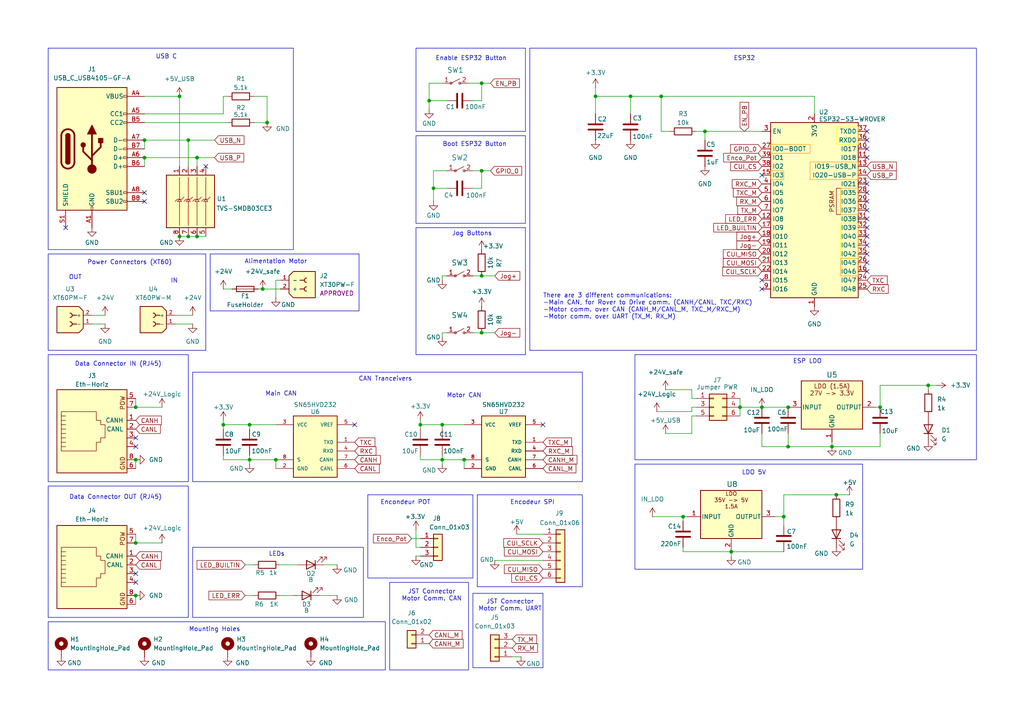
<source format=kicad_sch>
(kicad_sch (version 20231120) (generator "eeschema") (generator_version "8.0")
  (paper "A4")
  (junction (at 241.3 129.54))
  (junction (at 52.07 27.94))
  (junction (at 228.6 118.11))
  (junction (at 39.37 172.72))
  (junction (at 212.09 160.02))
  (junction (at 139.7 49.53))
  (junction (at 214.63 118.11))
  (junction (at 39.37 118.11))
  (junction (at 269.24 111.76))
  (junction (at 172.72 27.94))
  (junction (at 227.33 149.86))
  (junction (at 204.47 38.1))
  (junction (at 72.39 123.19))
  (junction (at 228.6 129.54))
  (junction (at 77.47 35.56))
  (junction (at 57.15 68.58))
  (junction (at 52.07 68.58))
  (junction (at 255.27 118.11))
  (junction (at 57.15 45.72))
  (junction (at 128.27 123.19))
  (junction (at 220.98 118.11))
  (junction (at 76.2 83.82))
  (junction (at 128.27 133.35))
  (junction (at 134.62 133.35))
  (junction (at 125.73 54.61))
  (junction (at 72.39 133.35))
  (junction (at 41.91 45.72))
  (junction (at 39.37 133.35))
  (junction (at 139.7 24.13))
  (junction (at 64.77 123.19))
  (junction (at 242.57 143.51))
  (junction (at 198.12 149.86))
  (junction (at 80.01 133.35))
  (junction (at 191.77 27.94))
  (junction (at 124.46 29.21))
  (junction (at 182.88 27.94))
  (junction (at 41.91 40.64))
  (junction (at 121.92 123.19))
  (junction (at 39.37 157.48))
  (junction (at 54.61 68.58))
  (junction (at 139.7 80.01))
  (junction (at 54.61 40.64))
  (junction (at 139.7 96.52))
  (no_connect (at 251.46 71.12))
  (no_connect (at 251.46 60.96))
  (no_connect (at 41.91 58.42))
  (no_connect (at 102.87 123.19))
  (no_connect (at 157.48 123.19))
  (no_connect (at 39.37 166.37))
  (no_connect (at 39.37 127))
  (no_connect (at 220.98 81.28))
  (no_connect (at 39.37 129.54))
  (no_connect (at 251.46 55.88))
  (no_connect (at 41.91 55.88))
  (no_connect (at 59.69 48.26))
  (no_connect (at 251.46 68.58))
  (no_connect (at 39.37 168.91))
  (no_connect (at 251.46 58.42))
  (no_connect (at 251.46 53.34))
  (no_connect (at 251.46 38.1))
  (no_connect (at 251.46 45.72))
  (no_connect (at 19.05 66.04))
  (no_connect (at 251.46 40.64))
  (no_connect (at 251.46 76.2))
  (no_connect (at 220.98 83.82))
  (no_connect (at 251.46 66.04))
  (no_connect (at 220.98 50.8))
  (no_connect (at 251.46 63.5))
  (no_connect (at 251.46 78.74))
  (no_connect (at 251.46 73.66))
  (no_connect (at 251.46 43.18))
  (wire (pts (xy 204.47 38.1) (xy 204.47 40.64)))
  (wire (pts (xy 128.27 123.19) (xy 128.27 124.46)))
  (wire (pts (xy 191.77 38.1) (xy 194.31 38.1)))
  (wire (pts (xy 241.3 129.54) (xy 241.3 128.27)))
  (wire (pts (xy 64.77 123.19) (xy 64.77 124.46)))
  (wire (pts (xy 93.98 163.83) (xy 97.79 163.83)))
  (wire (pts (xy 269.24 113.03) (xy 269.24 111.76)))
  (wire (pts (xy 80.01 133.35) (xy 80.01 135.89)))
  (wire (pts (xy 212.09 161.29) (xy 212.09 160.02)))
  (wire (pts (xy 255.27 125.73) (xy 255.27 129.54)))
  (wire (pts (xy 121.92 123.19) (xy 121.92 121.92)))
  (wire (pts (xy 242.57 143.51) (xy 246.38 143.51)))
  (wire (pts (xy 220.98 118.11) (xy 228.6 118.11)))
  (wire (pts (xy 191.77 27.94) (xy 191.77 38.1)))
  (wire (pts (xy 143.51 162.56) (xy 157.48 162.56)))
  (wire (pts (xy 72.39 132.08) (xy 72.39 133.35)))
  (wire (pts (xy 220.98 129.54) (xy 228.6 129.54)))
  (wire (pts (xy 54.61 40.64) (xy 62.23 40.64)))
  (wire (pts (xy 92.71 172.72) (xy 97.79 172.72)))
  (wire (pts (xy 214.63 115.57) (xy 214.63 118.11)))
  (wire (pts (xy 227.33 152.4) (xy 227.33 149.86)))
  (wire (pts (xy 73.66 35.56) (xy 77.47 35.56)))
  (wire (pts (xy 64.77 27.94) (xy 64.77 33.02)))
  (wire (pts (xy 71.12 172.72) (xy 73.66 172.72)))
  (wire (pts (xy 128.27 80.01) (xy 129.54 80.01)))
  (wire (pts (xy 212.09 160.02) (xy 227.33 160.02)))
  (wire (pts (xy 128.27 80.01) (xy 128.27 81.28)))
  (wire (pts (xy 137.16 80.01) (xy 139.7 80.01)))
  (wire (pts (xy 72.39 123.19) (xy 72.39 124.46)))
  (wire (pts (xy 228.6 125.73) (xy 228.6 129.54)))
  (wire (pts (xy 72.39 123.19) (xy 80.01 123.19)))
  (wire (pts (xy 74.93 83.82) (xy 76.2 83.82)))
  (wire (pts (xy 54.61 68.58) (xy 57.15 68.58)))
  (wire (pts (xy 80.01 81.28) (xy 81.28 81.28)))
  (wire (pts (xy 201.93 38.1) (xy 204.47 38.1)))
  (wire (pts (xy 50.8 93.98) (xy 55.88 93.98)))
  (wire (pts (xy 198.12 149.86) (xy 199.39 149.86)))
  (wire (pts (xy 189.23 149.86) (xy 198.12 149.86)))
  (wire (pts (xy 41.91 40.64) (xy 54.61 40.64)))
  (wire (pts (xy 137.16 49.53) (xy 139.7 49.53)))
  (wire (pts (xy 139.7 49.53) (xy 139.7 54.61)))
  (wire (pts (xy 72.39 133.35) (xy 72.39 134.62)))
  (wire (pts (xy 200.66 119.38) (xy 200.66 118.11)))
  (wire (pts (xy 128.27 96.52) (xy 128.27 97.79)))
  (wire (pts (xy 139.7 96.52) (xy 143.51 96.52)))
  (wire (pts (xy 128.27 123.19) (xy 121.92 123.19)))
  (wire (pts (xy 228.6 129.54) (xy 241.3 129.54)))
  (wire (pts (xy 198.12 160.02) (xy 212.09 160.02)))
  (wire (pts (xy 139.7 54.61) (xy 137.16 54.61)))
  (wire (pts (xy 39.37 154.94) (xy 39.37 157.48)))
  (wire (pts (xy 135.89 24.13) (xy 139.7 24.13)))
  (wire (pts (xy 76.2 83.82) (xy 81.28 83.82)))
  (wire (pts (xy 41.91 33.02) (xy 64.77 33.02)))
  (wire (pts (xy 182.88 27.94) (xy 191.77 27.94)))
  (wire (pts (xy 172.72 27.94) (xy 172.72 33.02)))
  (wire (pts (xy 172.72 25.4) (xy 172.72 27.94)))
  (wire (pts (xy 26.67 91.44) (xy 30.48 91.44)))
  (wire (pts (xy 52.07 68.58) (xy 54.61 68.58)))
  (wire (pts (xy 255.27 111.76) (xy 269.24 111.76)))
  (wire (pts (xy 50.8 91.44) (xy 55.88 91.44)))
  (wire (pts (xy 64.77 123.19) (xy 64.77 121.92)))
  (wire (pts (xy 73.66 27.94) (xy 77.47 27.94)))
  (wire (pts (xy 39.37 172.72) (xy 39.37 175.26)))
  (wire (pts (xy 54.61 40.64) (xy 54.61 48.26)))
  (wire (pts (xy 182.88 27.94) (xy 182.88 33.02)))
  (wire (pts (xy 125.73 54.61) (xy 129.54 54.61)))
  (wire (pts (xy 200.66 125.73) (xy 200.66 120.65)))
  (wire (pts (xy 64.77 83.82) (xy 67.31 83.82)))
  (wire (pts (xy 142.24 49.53) (xy 139.7 49.53)))
  (wire (pts (xy 128.27 96.52) (xy 129.54 96.52)))
  (wire (pts (xy 137.16 96.52) (xy 139.7 96.52)))
  (wire (pts (xy 214.63 118.11) (xy 220.98 118.11)))
  (wire (pts (xy 139.7 80.01) (xy 143.51 80.01)))
  (wire (pts (xy 81.28 172.72) (xy 85.09 172.72)))
  (wire (pts (xy 200.66 113.03) (xy 193.04 113.03)))
  (wire (pts (xy 121.92 158.75) (xy 120.65 158.75)))
  (wire (pts (xy 120.65 161.29) (xy 121.92 161.29)))
  (wire (pts (xy 200.66 120.65) (xy 201.93 120.65)))
  (wire (pts (xy 41.91 40.64) (xy 41.91 43.18)))
  (wire (pts (xy 227.33 143.51) (xy 227.33 149.86)))
  (wire (pts (xy 119.38 156.21) (xy 121.92 156.21)))
  (wire (pts (xy 142.24 24.13) (xy 139.7 24.13)))
  (wire (pts (xy 255.27 129.54) (xy 241.3 129.54)))
  (wire (pts (xy 139.7 24.13) (xy 139.7 29.21)))
  (wire (pts (xy 77.47 27.94) (xy 77.47 35.56)))
  (wire (pts (xy 41.91 45.72) (xy 57.15 45.72)))
  (wire (pts (xy 220.98 129.54) (xy 220.98 125.73)))
  (wire (pts (xy 190.5 119.38) (xy 200.66 119.38)))
  (wire (pts (xy 255.27 118.11) (xy 254 118.11)))
  (wire (pts (xy 72.39 133.35) (xy 80.01 133.35)))
  (wire (pts (xy 128.27 133.35) (xy 134.62 133.35)))
  (wire (pts (xy 148.59 190.5) (xy 151.13 190.5)))
  (wire (pts (xy 242.57 143.51) (xy 227.33 143.51)))
  (wire (pts (xy 39.37 133.35) (xy 39.37 135.89)))
  (wire (pts (xy 39.37 157.48) (xy 46.99 157.48)))
  (wire (pts (xy 198.12 149.86) (xy 198.12 151.13)))
  (wire (pts (xy 128.27 24.13) (xy 124.46 24.13)))
  (wire (pts (xy 121.92 123.19) (xy 121.92 124.46)))
  (wire (pts (xy 41.91 45.72) (xy 41.91 48.26)))
  (wire (pts (xy 80.01 86.36) (xy 80.01 81.28)))
  (wire (pts (xy 128.27 133.35) (xy 128.27 132.08)))
  (wire (pts (xy 64.77 133.35) (xy 64.77 132.08)))
  (wire (pts (xy 41.91 35.56) (xy 66.04 35.56)))
  (wire (pts (xy 200.66 115.57) (xy 201.93 115.57)))
  (wire (pts (xy 81.28 163.83) (xy 86.36 163.83)))
  (wire (pts (xy 193.04 125.73) (xy 200.66 125.73)))
  (wire (pts (xy 191.77 27.94) (xy 236.22 27.94)))
  (wire (pts (xy 128.27 133.35) (xy 128.27 134.62)))
  (wire (pts (xy 125.73 49.53) (xy 125.73 54.61)))
  (wire (pts (xy 214.63 118.11) (xy 214.63 120.65)))
  (wire (pts (xy 121.92 133.35) (xy 128.27 133.35)))
  (wire (pts (xy 57.15 45.72) (xy 62.23 45.72)))
  (wire (pts (xy 172.72 27.94) (xy 182.88 27.94)))
  (wire (pts (xy 124.46 24.13) (xy 124.46 29.21)))
  (wire (pts (xy 57.15 45.72) (xy 57.15 48.26)))
  (wire (pts (xy 64.77 123.19) (xy 72.39 123.19)))
  (wire (pts (xy 149.86 154.94) (xy 157.48 154.94)))
  (wire (pts (xy 71.12 163.83) (xy 73.66 163.83)))
  (wire (pts (xy 227.33 149.86) (xy 224.79 149.86)))
  (wire (pts (xy 125.73 54.61) (xy 125.73 58.42)))
  (wire (pts (xy 125.73 49.53) (xy 129.54 49.53)))
  (wire (pts (xy 124.46 29.21) (xy 124.46 31.75)))
  (wire (pts (xy 52.07 48.26) (xy 52.07 27.94)))
  (wire (pts (xy 121.92 133.35) (xy 121.92 132.08)))
  (wire (pts (xy 134.62 133.35) (xy 134.62 135.89)))
  (wire (pts (xy 120.65 158.75) (xy 120.65 153.67)))
  (wire (pts (xy 39.37 118.11) (xy 46.99 118.11)))
  (wire (pts (xy 269.24 111.76) (xy 271.78 111.76)))
  (wire (pts (xy 200.66 115.57) (xy 200.66 113.03)))
  (wire (pts (xy 139.7 29.21) (xy 137.16 29.21)))
  (wire (pts (xy 134.62 123.19) (xy 128.27 123.19)))
  (wire (pts (xy 198.12 158.75) (xy 198.12 160.02)))
  (wire (pts (xy 57.15 68.58) (xy 59.69 68.58)))
  (wire (pts (xy 204.47 38.1) (xy 220.98 38.1)))
  (wire (pts (xy 200.66 118.11) (xy 201.93 118.11)))
  (wire (pts (xy 124.46 29.21) (xy 129.54 29.21)))
  (wire (pts (xy 26.67 93.98) (xy 30.48 93.98)))
  (wire (pts (xy 64.77 133.35) (xy 72.39 133.35)))
  (wire (pts (xy 41.91 27.94) (xy 52.07 27.94)))
  (wire (pts (xy 236.22 27.94) (xy 236.22 33.02)))
  (wire (pts (xy 255.27 111.76) (xy 255.27 118.11)))
  (wire (pts (xy 39.37 115.57) (xy 39.37 118.11)))
  (wire (pts (xy 64.77 27.94) (xy 66.04 27.94)))
  (rectangle (start 13.97 140.97) (end 54.61 179.07))
  (rectangle (start 120.65 13.97) (end 152.4 38.1))
  (rectangle (start 120.65 66.04) (end 152.4 102.87))
  (rectangle (start 13.97 102.87) (end 54.61 139.7))
  (rectangle (start 55.88 158.75) (end 105.41 179.07))
  (rectangle (start 13.97 73.66) (end 59.69 101.6))
  (rectangle (start 106.68 143.51) (end 137.16 167.64))
  (rectangle (start 120.65 39.37) (end 152.4 64.77))
  (rectangle (start 153.67 13.97) (end 283.21 101.6))
  (rectangle (start 13.97 13.97) (end 85.09 72.39))
  (rectangle (start 55.88 107.95) (end 168.91 139.7))
  (rectangle (start 13.97 180.34) (end 111.76 194.31))
  (rectangle (start 138.43 143.51) (end 168.91 170.18))
  (rectangle (start 60.96 73.66) (end 104.14 90.17))
  (rectangle (start 137.16 172.085) (end 157.48 193.675))
  (rectangle (start 184.15 102.87) (end 283.21 133.35))
  (rectangle (start 184.15 134.62) (end 250.19 165.1))
  (rectangle (start 113.03 168.91) (end 135.89 194.31))
  (text "ESP32" (at 215.9 17.018 0) (effects (font (size 1.27 1.27))))
  (text "Data Connector IN (RJ45)" (at 34.29 105.664 0) (effects (font (size 1.27 1.27))))
  (text "OUT" (at 21.844 80.518 0) (effects (font (size 1.27 1.27))))
  (text "Mounting Holes" (at 62.23 182.626 0) (effects (font (size 1.27 1.27))))
  (text "Encodeur SPI" (at 154.432 145.796 0) (effects (font (size 1.27 1.27))))
  (text "Power Connectors (XT60)" (at 37.592 76.2 0) (effects (font (size 1.27 1.27))))
  (text "JST Connector\nMotor Comm. UART" (at 147.955 175.641 0) (effects (font (size 1.27 1.27))))
  (text "Main CAN" (at 81.534 114.3 0) (effects (font (size 1.27 1.27))))
  (text "Motor CAN" (at 134.62 114.808 0) (effects (font (size 1.27 1.27))))
  (text "There are 3 different communications:\n-Main CAN, for Rover to Drive comm. (CANH/CANL, TXC/RXC)\n-Motor comm. over CAN (CANH_M/CANL_M, TXC_M/RXC_M)\n-Motor comm. over UART (TX_M, RX_M)" (at 157.48 88.9 0) (effects (font (size 1.27 1.27)) (justify left)))
  (text "ESP LDO" (at 234.188 104.902 0) (effects (font (size 1.27 1.27))))
  (text "Alimentation Motor" (at 80.01 75.946 0) (effects (font (size 1.27 1.27))))
  (text "Boot ESP32 Button" (at 137.668 41.91 0) (effects (font (size 1.27 1.27))))
  (text "Jog Buttons" (at 136.906 67.818 0) (effects (font (size 1.27 1.27))))
  (text "Enable ESP32 Button" (at 136.652 17.018 0) (effects (font (size 1.27 1.27))))
  (text "IN" (at 50.546 81.534 0) (effects (font (size 1.27 1.27))))
  (text "CAN Tranceivers" (at 111.76 109.982 0) (effects (font (size 1.27 1.27))))
  (text "Data Connector OUT (RJ45)" (at 33.528 144.272 0) (effects (font (size 1.27 1.27))))
  (text "USB C" (at 48.26 16.51 0) (effects (font (size 1.27 1.27))))
  (text "LEDs" (at 80.264 160.782 0) (effects (font (size 1.27 1.27))))
  (text "LDO 5V" (at 218.694 137.16 0) (effects (font (size 1.27 1.27))))
  (text "Encondeur POT" (at 117.602 145.796 0) (effects (font (size 1.27 1.27))))
  (text "JST Connector\nMotor Comm. CAN" (at 125.222 172.72 0) (effects (font (size 1.27 1.27))))
  (global_label "LED_ERR" (shape input) (at 220.98 63.5 180) (property "Intersheetrefs" "${INTERSHEET_REFS}" (effects (hide yes))))
  (global_label "EN_PB" (shape input) (at 215.9 38.1 90) (property "Intersheetrefs" "${INTERSHEET_REFS}" (effects (hide yes))))
  (global_label "LED_BUILTIN" (shape input) (at 220.98 66.04 180) (property "Intersheetrefs" "${INTERSHEET_REFS}" (effects (hide yes))))
  (global_label "USB_P" (shape input) (at 251.46 50.8 0) (property "Intersheetrefs" "${INTERSHEET_REFS}" (effects (hide yes))))
  (global_label "RX_M" (shape input) (at 148.59 187.96 0) (property "Intersheetrefs" "${INTERSHEET_REFS}" (effects (hide yes))))
  (global_label "CUI_CS" (shape input) (at 220.98 48.26 180) (property "Intersheetrefs" "${INTERSHEET_REFS}" (effects (hide yes))))
  (global_label "CUI_SCLK" (shape input) (at 220.98 78.74 180) (property "Intersheetrefs" "${INTERSHEET_REFS}" (effects (hide yes))))
  (global_label "Jog-" (shape input) (at 220.98 71.12 180) (property "Intersheetrefs" "${INTERSHEET_REFS}" (effects (hide yes))))
  (global_label "Jog+" (shape input) (at 143.51 80.01 0) (property "Intersheetrefs" "${INTERSHEET_REFS}" (effects (hide yes))))
  (global_label "GPIO_0" (shape input) (at 142.24 49.53 0) (property "Intersheetrefs" "${INTERSHEET_REFS}" (effects (hide yes))))
  (global_label "LED_BUILTIN" (shape input) (at 71.12 163.83 180) (property "Intersheetrefs" "${INTERSHEET_REFS}" (effects (hide yes))))
  (global_label "TX_M" (shape input) (at 220.98 60.96 180) (property "Intersheetrefs" "${INTERSHEET_REFS}" (effects (hide yes))))
  (global_label "CUI_MISO" (shape input) (at 157.48 165.1 180) (property "Intersheetrefs" "${INTERSHEET_REFS}" (effects (hide yes))))
  (global_label "CUI_SCLK" (shape input) (at 157.48 157.48 180) (property "Intersheetrefs" "${INTERSHEET_REFS}" (effects (hide yes))))
  (global_label "CANH" (shape input) (at 39.37 161.29 0) (property "Intersheetrefs" "${INTERSHEET_REFS}" (effects (hide yes))))
  (global_label "TX_M" (shape input) (at 148.59 185.42 0) (property "Intersheetrefs" "${INTERSHEET_REFS}" (effects (hide yes))))
  (global_label "CANH_M" (shape input) (at 124.46 186.69 0) (property "Intersheetrefs" "${INTERSHEET_REFS}" (effects (hide yes))))
  (global_label "CUI_MISO" (shape input) (at 220.98 73.66 180) (property "Intersheetrefs" "${INTERSHEET_REFS}" (effects (hide yes))))
  (global_label "CANL_M" (shape input) (at 157.48 135.89 0) (property "Intersheetrefs" "${INTERSHEET_REFS}" (effects (hide yes))))
  (global_label "TXC_M" (shape input) (at 220.98 55.88 180) (property "Intersheetrefs" "${INTERSHEET_REFS}" (effects (hide yes))))
  (global_label "CANH_M" (shape input) (at 157.48 133.35 0) (property "Intersheetrefs" "${INTERSHEET_REFS}" (effects (hide yes))))
  (global_label "CANL" (shape input) (at 39.37 124.46 0) (property "Intersheetrefs" "${INTERSHEET_REFS}" (effects (hide yes))))
  (global_label "USB_P" (shape input) (at 62.23 45.72 0) (property "Intersheetrefs" "${INTERSHEET_REFS}" (effects (hide yes))))
  (global_label "TXC_M" (shape input) (at 157.48 128.27 0) (property "Intersheetrefs" "${INTERSHEET_REFS}" (effects (hide yes))))
  (global_label "RXC" (shape input) (at 251.46 83.82 0) (property "Intersheetrefs" "${INTERSHEET_REFS}" (effects (hide yes))))
  (global_label "LED_ERR" (shape input) (at 71.12 172.72 180) (property "Intersheetrefs" "${INTERSHEET_REFS}" (effects (hide yes))))
  (global_label "CANH" (shape input) (at 102.87 133.35 0) (property "Intersheetrefs" "${INTERSHEET_REFS}" (effects (hide yes))))
  (global_label "CUI_MOSI" (shape input) (at 220.98 76.2 180) (property "Intersheetrefs" "${INTERSHEET_REFS}" (effects (hide yes))))
  (global_label "CANH" (shape input) (at 39.37 121.92 0) (property "Intersheetrefs" "${INTERSHEET_REFS}" (effects (hide yes))))
  (global_label "USB_N" (shape input) (at 251.46 48.26 0) (property "Intersheetrefs" "${INTERSHEET_REFS}" (effects (hide yes))))
  (global_label "Jog+" (shape input) (at 220.98 68.58 180) (property "Intersheetrefs" "${INTERSHEET_REFS}" (effects (hide yes))))
  (global_label "CANL" (shape input) (at 102.87 135.89 0) (property "Intersheetrefs" "${INTERSHEET_REFS}" (effects (hide yes))))
  (global_label "USB_N" (shape input) (at 62.23 40.64 0) (property "Intersheetrefs" "${INTERSHEET_REFS}" (effects (hide yes))))
  (global_label "CANL_M" (shape input) (at 124.46 184.15 0) (property "Intersheetrefs" "${INTERSHEET_REFS}" (effects (hide yes))))
  (global_label "Enco_Pot" (shape input) (at 119.38 156.21 180) (property "Intersheetrefs" "${INTERSHEET_REFS}" (effects (hide yes))))
  (global_label "RXC_M" (shape input) (at 157.48 130.81 0) (property "Intersheetrefs" "${INTERSHEET_REFS}" (effects (hide yes))))
  (global_label "Enco_Pot" (shape input) (at 220.98 45.72 180) (property "Intersheetrefs" "${INTERSHEET_REFS}" (effects (hide yes))))
  (global_label "CUI_MOSI" (shape input) (at 157.48 160.02 180) (property "Intersheetrefs" "${INTERSHEET_REFS}" (effects (hide yes))))
  (global_label "RXC" (shape input) (at 102.87 130.81 0) (property "Intersheetrefs" "${INTERSHEET_REFS}" (effects (hide yes))))
  (global_label "CANL" (shape input) (at 39.37 163.83 0) (property "Intersheetrefs" "${INTERSHEET_REFS}" (effects (hide yes))))
  (global_label "CUI_CS" (shape input) (at 157.48 167.64 180) (property "Intersheetrefs" "${INTERSHEET_REFS}" (effects (hide yes))))
  (global_label "Jog-" (shape input) (at 143.51 96.52 0) (property "Intersheetrefs" "${INTERSHEET_REFS}" (effects (hide yes))))
  (global_label "TXC" (shape input) (at 251.46 81.28 0) (property "Intersheetrefs" "${INTERSHEET_REFS}" (effects (hide yes))))
  (global_label "RXC_M" (shape input) (at 220.98 53.34 180) (property "Intersheetrefs" "${INTERSHEET_REFS}" (effects (hide yes))))
  (global_label "TXC" (shape input) (at 102.87 128.27 0) (property "Intersheetrefs" "${INTERSHEET_REFS}" (effects (hide yes))))
  (global_label "EN_PB" (shape input) (at 142.24 24.13 0) (property "Intersheetrefs" "${INTERSHEET_REFS}" (effects (hide yes))))
  (global_label "GPIO_0" (shape input) (at 220.98 43.18 180) (property "Intersheetrefs" "${INTERSHEET_REFS}" (effects (hide yes))))
  (global_label "RX_M" (shape input) (at 220.98 58.42 180) (property "Intersheetrefs" "${INTERSHEET_REFS}" (effects (hide yes))))
  (symbol (lib_id "Connector_Generic:Conn_02x03_Odd_Even") (at 207.01 118.11 0) (unit 1)
    (property "Reference" "J7" (at 208.026 110.236 0))
    (property "Value" "Jumper PWR" (at 208.026 112.268 0))
    (property "Footprint" "Connector_PinHeader_2.54mm:PinHeader_2x03_P2.54mm_Vertical" (effects (hide yes)))
    (property "Description" "Generic connector, double row, 02x03, odd/even pin numbering scheme (row 1 odd numbers, row 2 even numbers), script generated (kicad-library-utils/schlib/autogen/connector/)" (effects (hide yes)))
  )
  (symbol (lib_id "power:GND") (at 212.09 161.29 0) (unit 1)
    (property "Reference" "#PWR050" (effects (hide yes)))
    (property "Value" "GND" (at 215.9 163.068 0))
    (property "Description" "Power symbol creates a global label with name \"GND\" , ground" (effects (hide yes)))
  )
  (symbol (lib_id "Rover_LIB:R_0805") (at 269.24 116.84 0) (unit 1)
    (property "Reference" "R4" (at 271.78 115.824 0) (effects (justify left)))
    (property "Value" "1k" (at 271.78 118.364 0) (effects (justify left)))
    (property "Footprint" "Resistor_SMD:R_0805_2012Metric_Pad1.20x1.40mm_HandSolder" (effects (hide yes)))
    (property "Description" "Resistor" (effects (hide yes)))
    (property "Package" "0805" (effects (hide yes)))
  )
  (symbol (lib_id "Rover_LIB:C_0805") (at 255.27 121.92 0) (unit 1)
    (property "Reference" "C13" (at 259.08 119.38 0) (effects (justify right)))
    (property "Value" "10uF" (at 260.604 124.968 0) (effects (justify right)))
    (property "Footprint" "Capacitor_SMD:C_0805_2012Metric_Pad1.18x1.45mm_HandSolder" (effects (hide yes)))
    (property "Description" "Unpolarized capacitor" (effects (hide yes)))
    (property "Package" "0805" (effects (hide yes)))
  )
  (symbol (lib_id "Rover_LIB:MountingHole_Pad") (at 41.91 187.96 0) (unit 1) (exclude_from_sim yes) (in_bom no)
    (property "Reference" "H2" (at 44.45 185.4199 0) (effects (justify left)))
    (property "Value" "MountingHole_Pad" (at 44.45 187.9599 0) (effects (justify left)))
    (property "Footprint" "MountingHole:MountingHole_3.2mm_M3_DIN965_Pad_TopBottom" (effects (hide yes)))
    (property "Description" "Mounting Hole with connection" (effects (hide yes)))
  )
  (symbol (lib_id "Rover_LIB:CAN-Transceiver-SN65HVD232") (at 91.44 127 0) (unit 1)
    (property "Reference" "U6" (at 91.44 120.142 0) (effects (justify bottom)))
    (property "Value" "SN65HVD232" (at 91.44 118.11 0) (effects (justify bottom)))
    (property "Footprint" "Package_SO:SOIC-8_3.9x4.9mm_P1.27mm" (effects (hide yes)))
    (property "Datasheet" "https://www.ti.com/lit/ds/symlink/sn65hvd230.pdf?ts=1730319703644&ref_url=https%253A%252F%252Fwww.ti.com%252Fproduct%252FSN65HVD230" (effects (hide yes)))
    (property "Description" "CAN Transceiver" (effects (hide yes)))
    (property "PARTREV" "4" (effects (hide yes)))
    (property "STANDARD" "IPC 7351B" (effects (hide yes)))
    (property "MAXIMUM_PACKAGE_HEIGHT" "1.75 mm" (effects (hide yes)))
    (property "MANUFACTURER" "NXP USA" (effects (hide yes)))
    (property "STATUS" "APPROVED" (effects (hide yes)))
  )
  (symbol (lib_id "power:+15V") (at 193.04 113.03 0) (unit 1)
    (property "Reference" "#PWR023" (effects (hide yes)))
    (property "Value" "+24V_safe" (at 193.04 107.95 0))
    (property "Description" "Power symbol creates a global label with name \"+15V\"" (effects (hide yes)))
  )
  (symbol (lib_id "power:GND") (at 125.73 58.42 0) (unit 1)
    (property "Reference" "#PWR07" (effects (hide yes)))
    (property "Value" "GND" (at 125.73 62.484 0))
    (property "Description" "Power symbol creates a global label with name \"GND\" , ground" (effects (hide yes)))
  )
  (symbol (lib_id "power:GND") (at 236.22 88.9 0) (unit 1)
    (property "Reference" "#PWR020" (effects (hide yes)))
    (property "Value" "GND" (at 236.22 93.98 0))
    (property "Description" "Power symbol creates a global label with name \"GND\" , ground" (effects (hide yes)))
  )
  (symbol (lib_id "Rover_LIB:R_0805") (at 139.7 92.71 0) (unit 1)
    (property "Reference" "R8" (at 144.78 92.71 90))
    (property "Value" "10k" (at 142.24 92.71 90))
    (property "Footprint" "Resistor_SMD:R_0805_2012Metric_Pad1.20x1.40mm_HandSolder" (effects (hide yes)))
    (property "Description" "Resistor" (effects (hide yes)))
    (property "Package" "0805" (effects (hide yes)))
  )
  (symbol (lib_id "power:+5V") (at 149.86 154.94 0) (unit 1)
    (property "Reference" "#PWR047" (effects (hide yes)))
    (property "Value" "+5V" (at 149.86 151.384 0))
    (property "Description" "Power symbol creates a global label with name \"+5V\"" (effects (hide yes)))
  )
  (symbol (lib_id "power:+36V") (at 193.04 125.73 0) (unit 1)
    (property "Reference" "#PWR024" (effects (hide yes)))
    (property "Value" "+5V_USB" (at 193.04 121.92 0))
    (property "Description" "Power symbol creates a global label with name \"+36V\"" (effects (hide yes)))
  )
  (symbol (lib_id "Rover_LIB:PushButton-TS09-63-25-WT-160-SMT-TR") (at 133.35 49.53 0) (unit 1)
    (property "Reference" "SW2" (at 133.35 45.72 0) (effects (font (size 1.524 1.524))))
    (property "Value" "TS09-63-25-WT-160-SMT-TR" (effects (hide yes)))
    (property "Footprint" "Button_Switch_SMD:SW_DIP_SPSTx01_Slide_6.7x4.1mm_W8.61mm_P2.54mm_LowProfile" (effects (hide yes)))
    (property "Datasheet" "TS09-63-25-WT-160-SMT-TR" (effects (hide yes)))
    (property "Description" "SMD Push button" (effects (hide yes)))
    (property "Digikey" "https://www.digikey.ca/en/products/detail/same-sky-formerly-cui-devices/TS09-63-25-WT-160-SMT-TR/15839066?s=N4IgTCBcDaICoGUAMBOAtANgMxrAVjQHU40BGDJNBAWRLgCUQBdAXyA" (effects (hide yes)))
    (property "STATUS" "APPROVED" (effects (hide yes)))
  )
  (symbol (lib_id "Rover_LIB:C_0805") (at 220.98 121.92 0) (unit 1)
    (property "Reference" "C12" (at 220.472 119.634 0) (effects (justify right)))
    (property "Value" "10uF" (at 220.472 124.714 0) (effects (justify right)))
    (property "Footprint" "Capacitor_SMD:C_0805_2012Metric_Pad1.18x1.45mm_HandSolder" (effects (hide yes)))
    (property "Description" "Unpolarized capacitor" (effects (hide yes)))
    (property "Package" "0805" (effects (hide yes)))
  )
  (symbol (lib_id "power:+24V") (at 64.77 83.82 0) (unit 1)
    (property "Reference" "#PWR011" (effects (hide yes)))
    (property "Value" "+24V" (at 64.77 78.74 0))
    (property "Description" "Power symbol creates a global label with name \"+24V\"" (effects (hide yes)))
  )
  (symbol (lib_id "Rover_LIB:C_0805") (at 198.12 154.94 0) (unit 1)
    (property "Reference" "C14" (at 197.612 152.654 0) (effects (justify right)))
    (property "Value" "220nF" (at 197.612 157.734 0) (effects (justify right)))
    (property "Footprint" "Capacitor_SMD:C_0805_2012Metric_Pad1.18x1.45mm_HandSolder" (effects (hide yes)))
    (property "Description" "Unpolarized capacitor" (effects (hide yes)))
    (property "Package" "0805" (effects (hide yes)))
  )
  (symbol (lib_id "Rover_LIB:C_0805") (at 204.47 44.45 0) (unit 1)
    (property "Reference" "C5" (at 207.518 41.91 0) (effects (justify right)))
    (property "Value" "1uF" (at 208.534 46.99 0) (effects (justify right)))
    (property "Footprint" "Capacitor_SMD:C_0805_2012Metric_Pad1.18x1.45mm_HandSolder" (effects (hide yes)))
    (property "Description" "Unpolarized capacitor" (effects (hide yes)))
    (property "Package" "0805" (effects (hide yes)))
  )
  (symbol (lib_id "power:GND") (at 39.37 172.72 90) (unit 1)
    (property "Reference" "#PWR035" (effects (hide yes)))
    (property "Value" "GND" (at 43.18 172.7199 90) (effects (justify right)))
    (property "Description" "Power symbol creates a global label with name \"GND\" , ground" (effects (hide yes)))
  )
  (symbol (lib_id "Connector_Generic:Conn_01x06") (at 162.56 160.02 0) (unit 1)
    (property "Reference" "J9" (at 161.036 148.844 0) (effects (justify left)))
    (property "Value" "Conn_01x06" (at 156.464 151.638 0) (effects (justify left)))
    (property "Footprint" "Connector_JST:JST_PH_S6B-PH-K_1x06_P2.00mm_Horizontal" (effects (hide yes)))
    (property "Description" "Generic connector, single row, 01x06, script generated (kicad-library-utils/schlib/autogen/connector/)" (effects (hide yes)))
  )
  (symbol (lib_id "power:+24V") (at 30.48 91.44 0) (unit 1)
    (property "Reference" "#PWR015" (effects (hide yes)))
    (property "Value" "+24V" (at 30.48 86.36 0))
    (property "Description" "Power symbol creates a global label with name \"+24V\"" (effects (hide yes)))
  )
  (symbol (lib_id "Rover_LIB:Eth-Horiz-54601-908WPLF") (at 29.21 165.1 0) (unit 1)
    (property "Reference" "J4" (at 26.67 148.082 0))
    (property "Value" "Eth-Horiz" (at 26.67 150.622 0))
    (property "Footprint" "RoverFootprint:Ethernet_Horizontal" (effects (hide yes)))
    (property "Description" "RJ connector, 8P8C (8 positions 8 connected), RJ31/RJ32/RJ33/RJ34/RJ35/RJ41/RJ45/RJ49/RJ61" (effects (hide yes)))
    (property "STATUS" "APPROVED" (effects (hide yes)))
  )
  (symbol (lib_id "power:GND") (at 182.88 40.64 0) (unit 1)
    (property "Reference" "#PWR06" (effects (hide yes)))
    (property "Value" "GND" (at 182.88 45.72 0))
    (property "Description" "Power symbol creates a global label with name \"GND\" , ground" (effects (hide yes)))
  )
  (symbol (lib_id "power:+48V") (at 220.98 118.11 0) (unit 1)
    (property "Reference" "#PWR048" (effects (hide yes)))
    (property "Value" "IN_LDO" (at 220.98 113.03 0))
    (property "Description" "Power symbol creates a global label with name \"+48V\"" (effects (hide yes)))
  )
  (symbol (lib_id "power:GND") (at 269.24 128.27 0) (unit 1)
    (property "Reference" "#PWR031" (effects (hide yes)))
    (property "Value" "GND" (at 264.922 130.048 0))
    (property "Description" "Power symbol creates a global label with name \"GND\" , ground" (effects (hide yes)))
  )
  (symbol (lib_id "Rover_LIB:R_0805") (at 77.47 163.83 90) (unit 1)
    (property "Reference" "R5" (at 75.438 166.116 90))
    (property "Value" "1k" (at 79.248 166.116 90))
    (property "Footprint" "Resistor_SMD:R_0805_2012Metric_Pad1.20x1.40mm_HandSolder" (effects (hide yes)))
    (property "Description" "Resistor" (effects (hide yes)))
    (property "Package" "0805" (effects (hide yes)))
  )
  (symbol (lib_id "Rover_LIB:PushButton-TS09-63-25-WT-160-SMT-TR") (at 132.08 24.13 0) (unit 1)
    (property "Reference" "SW1" (at 132.08 20.32 0) (effects (font (size 1.524 1.524))))
    (property "Value" "TS09-63-25-WT-160-SMT-TR" (effects (hide yes)))
    (property "Footprint" "Button_Switch_SMD:SW_DIP_SPSTx01_Slide_6.7x4.1mm_W8.61mm_P2.54mm_LowProfile" (effects (hide yes)))
    (property "Datasheet" "TS09-63-25-WT-160-SMT-TR" (effects (hide yes)))
    (property "Description" "SMD Push button" (effects (hide yes)))
    (property "Digikey" "https://www.digikey.ca/en/products/detail/same-sky-formerly-cui-devices/TS09-63-25-WT-160-SMT-TR/15839066?s=N4IgTCBcDaICoGUAMBOAtANgMxrAVjQHU40BGDJNBAWRLgCUQBdAXyA" (effects (hide yes)))
    (property "STATUS" "APPROVED" (effects (hide yes)))
  )
  (symbol (lib_id "power:GND") (at 143.51 162.56 0) (unit 1)
    (property "Reference" "#PWR046" (effects (hide yes)))
    (property "Value" "GND" (at 141.224 162.306 0))
    (property "Description" "Power symbol creates a global label with name \"GND\" , ground" (effects (hide yes)))
  )
  (symbol (lib_id "Rover_LIB:C_0805") (at 182.88 36.83 0) (unit 1)
    (property "Reference" "C3" (at 186.182 34.29 0) (effects (justify right)))
    (property "Value" "100nF" (at 189.484 39.624 0) (effects (justify right)))
    (property "Footprint" "Capacitor_SMD:C_0805_2012Metric_Pad1.18x1.45mm_HandSolder" (effects (hide yes)))
    (property "Description" "Unpolarized capacitor" (effects (hide yes)))
    (property "Package" "0805" (effects (hide yes)))
  )
  (symbol (lib_id "power:GND") (at 128.27 81.28 0) (unit 1)
    (property "Reference" "#PWR013" (effects (hide yes)))
    (property "Value" "GND" (at 125.73 81.28 0))
    (property "Description" "Power symbol creates a global label with name \"GND\" , ground" (effects (hide yes)))
  )
  (symbol (lib_id "Rover_LIB:LED") (at 242.57 154.94 90) (unit 1)
    (property "Reference" "D4" (at 246.38 155.2574 90) (effects (justify right)))
    (property "Value" "G" (at 246.38 157.7974 90) (effects (justify right)))
    (property "Footprint" "LED_SMD:LED_0805_2012Metric_Pad1.15x1.40mm_HandSolder" (effects (hide yes)))
    (property "Description" "Light emitting diode" (effects (hide yes)))
  )
  (symbol (lib_id "power:GND") (at 72.39 134.62 0) (unit 1)
    (property "Reference" "#PWR029" (effects (hide yes)))
    (property "Value" "GND" (at 68.58 135.89 0))
    (property "Description" "Power symbol creates a global label with name \"GND\" , ground" (effects (hide yes)))
  )
  (symbol (lib_id "Rover_LIB:R_0805") (at 242.57 147.32 0) (unit 1)
    (property "Reference" "R9" (at 245.11 146.304 0) (effects (justify left)))
    (property "Value" "1k" (at 245.11 148.844 0) (effects (justify left)))
    (property "Footprint" "Resistor_SMD:R_0805_2012Metric_Pad1.20x1.40mm_HandSolder" (effects (hide yes)))
    (property "Description" "Resistor" (effects (hide yes)))
    (property "Package" "0805" (effects (hide yes)))
  )
  (symbol (lib_id "power:+28V") (at 46.99 118.11 0) (unit 1)
    (property "Reference" "#PWR021" (effects (hide yes)))
    (property "Value" "+24V_Logic" (at 46.99 114.3 0))
    (property "Description" "Power symbol creates a global label with name \"+28V\"" (effects (hide yes)))
  )
  (symbol (lib_id "power:GND") (at 124.46 31.75 0) (unit 1)
    (property "Reference" "#PWR02" (effects (hide yes)))
    (property "Value" "GND" (at 124.46 35.814 0))
    (property "Description" "Power symbol creates a global label with name \"GND\" , ground" (effects (hide yes)))
  )
  (symbol (lib_id "power:GND") (at 80.01 86.36 0) (unit 1)
    (property "Reference" "#PWR014" (effects (hide yes)))
    (property "Value" "GND" (at 83.566 88.392 0))
    (property "Description" "Power symbol creates a global label with name \"GND\" , ground" (effects (hide yes)))
  )
  (symbol (lib_id "Rover_LIB:XT60PW-M") (at 44.45 86.36 0) (unit 1)
    (property "Reference" "U4" (at 44.45 83.82 0))
    (property "Value" "XT60PW-M" (at 44.45 86.36 0))
    (property "Footprint" "RoverFootprint:AMASS_XT60PW-M_1x02_P7.20mm_Horizontal" (effects (hide yes)))
    (property "STATUS" "APPROVED" (effects (hide yes)))
  )
  (symbol (lib_id "Connector_Generic:Conn_01x03") (at 143.51 187.96 180) (unit 1)
    (property "Reference" "J5" (at 143.51 179.07 0))
    (property "Value" "Conn_01x03" (at 143.51 181.61 0))
    (property "Footprint" "Connector_JST:JST_PH_S3B-PH-K_1x03_P2.00mm_Horizontal" (effects (hide yes)))
    (property "Description" "Generic connector, single row, 01x03, script generated (kicad-library-utils/schlib/autogen/connector/)" (effects (hide yes)))
  )
  (symbol (lib_id "power:GND") (at 241.3 129.54 0) (unit 1)
    (property "Reference" "#PWR032" (effects (hide yes)))
    (property "Value" "GND" (at 245.11 131.318 0))
    (property "Description" "Power symbol creates a global label with name \"GND\" , ground" (effects (hide yes)))
  )
  (symbol (lib_id "Rover_LIB:XT60PW-F") (at 20.32 86.36 0) (unit 1)
    (property "Reference" "U3" (at 20.32 83.82 0))
    (property "Value" "XT60PM-F" (at 20.32 86.36 0))
    (property "Footprint" "RoverFootprint:AMASS_XT60PW-F_1x02_P7.20mm_Horizontal" (effects (hide yes)))
    (property "STATUS" "APPROVED" (effects (hide yes)))
  )
  (symbol (lib_id "power:+3.3V") (at 121.92 121.92 0) (unit 1)
    (property "Reference" "#PWR026" (effects (hide yes)))
    (property "Value" "+3.3V" (at 121.92 117.856 0))
    (property "Description" "Power symbol creates a global label with name \"+3.3V\"" (effects (hide yes)))
  )
  (symbol (lib_id "power:GND") (at 55.88 93.98 0) (unit 1)
    (property "Reference" "#PWR018" (effects (hide yes)))
    (property "Value" "GND" (at 55.88 99.06 0))
    (property "Description" "Power symbol creates a global label with name \"GND\" , ground" (effects (hide yes)))
  )
  (symbol (lib_id "Rover_LIB:XT30PW-F") (at 83.82 83.82 180) (unit 1)
    (property "Reference" "J2" (at 92.71 80.0099 0) (effects (justify right)))
    (property "Value" "XT30PW-F" (at 92.71 82.5499 0) (effects (justify right)))
    (property "Footprint" "RoverFootprint:AMASS_XT30PW-F_1x02_P2.50mm_Horizontal" (effects (hide yes)))
    (property "MF" "amass" (effects (hide yes)))
    (property "MAXIMUM_PACKAGE_HEIGHT" "5 mm" (effects (hide yes)))
    (property "Package" "None" (effects (hide yes)))
    (property "Price" "None" (effects (hide yes)))
    (property "Check_prices" "https://www.snapeda.com/parts/XT30PW-F/AMASS/view-part/?ref=eda" (effects (hide yes)))
    (property "STANDARD" "Manufacturer Recommendations" (effects (hide yes)))
    (property "PARTREV" "1.2" (effects (hide yes)))
    (property "SnapEDA_Link" "https://www.snapeda.com/parts/XT30PW-F/AMASS/view-part/?ref=snap" (effects (hide yes)))
    (property "MP" "XT30PW-F" (effects (hide yes)))
    (property "Description_1" "\nSocket; DC supply; XT30; female; PIN: 2; on PCBs; THT; yellow; 15A\n" (effects (hide yes)))
    (property "MANUFACTURER" "Amass" (effects (hide yes)))
    (property "Availability" "Not in stock" (effects (hide yes)))
    (property "SNAPEDA_PN" "XT30PW-F" (effects (hide yes)))
    (property "STATUS" "APPROVED" (at 92.71 85.0899 0) (effects (justify right)))
  )
  (symbol (lib_id "power:GND") (at 41.91 190.5 0) (unit 1)
    (property "Reference" "#PWR039" (effects (hide yes)))
    (property "Value" "GND" (at 45.974 192.278 0))
    (property "Description" "Power symbol creates a global label with name \"GND\" , ground" (effects (hide yes)))
  )
  (symbol (lib_id "power:GND") (at 52.07 68.58 0) (unit 1)
    (property "Reference" "#PWR010" (effects (hide yes)))
    (property "Value" "GND" (at 48.26 70.358 0))
    (property "Description" "Power symbol creates a global label with name \"GND\" , ground" (effects (hide yes)))
  )
  (symbol (lib_id "power:GND") (at 66.04 190.5 0) (unit 1)
    (property "Reference" "#PWR040" (effects (hide yes)))
    (property "Value" "GND" (at 70.358 192.278 0))
    (property "Description" "Power symbol creates a global label with name \"GND\" , ground" (effects (hide yes)))
  )
  (symbol (lib_id "Rover_LIB:MountingHole_Pad") (at 17.78 187.96 0) (unit 1) (exclude_from_sim yes) (in_bom no)
    (property "Reference" "H1" (at 20.32 185.4199 0) (effects (justify left)))
    (property "Value" "MountingHole_Pad" (at 20.32 187.9599 0) (effects (justify left)))
    (property "Footprint" "MountingHole:MountingHole_3.2mm_M3_DIN965_Pad_TopBottom" (effects (hide yes)))
    (property "Description" "Mounting Hole with connection" (effects (hide yes)))
  )
  (symbol (lib_id "Rover_LIB:FuseHolder") (at 71.12 83.82 270) (mirror x) (unit 1)
    (property "Reference" "F1" (at 71.12 85.852 90))
    (property "Value" "FuseHolder" (at 71.12 88.392 90))
    (property "Footprint" "RoverFootprint:FUSE_3568-20" (effects (hide yes)))
    (property "Description" "Fuseholder through hole, 30A max" (effects (hide yes)))
    (property "STATUS" "APPROVED" (effects (hide yes)))
  )
  (symbol (lib_id "power:GND") (at 151.13 190.5 0) (unit 1)
    (property "Reference" "#PWR037" (effects (hide yes)))
    (property "Value" "GND" (at 154.686 192.532 0))
    (property "Description" "Power symbol creates a global label with name \"GND\" , ground" (effects (hide yes)))
  )
  (symbol (lib_id "Rover_LIB:LDO-LM7805MPX/NOPB") (at 212.09 142.24 0) (unit 1)
    (property "Reference" "U8" (at 212.344 140.462 0) (effects (font (size 1.524 1.524))))
    (property "Value" "LDO-LM7805MPX/NOPB" (effects (hide yes)))
    (property "Footprint" "Package_TO_SOT_SMD:SOT-223-3_TabPin2" (effects (hide yes)))
    (property "Datasheet" "https://www.ti.com/lit/ds/symlink/lm7800.pdf" (effects (hide yes)))
    (property "Description" "7.5V-35V To 5V LDO. 1.5A" (effects (hide yes)))
    (property "STATUS" "TO BE APPROVED" (effects (hide yes)))
  )
  (symbol (lib_id "power:GND") (at 77.47 35.56 0) (unit 1)
    (property "Reference" "#PWR03" (effects (hide yes)))
    (property "Value" "GND" (at 82.042 37.338 0))
    (property "Description" "Power symbol creates a global label with name \"GND\" , ground" (effects (hide yes)))
  )
  (symbol (lib_id "Rover_LIB:R_0805") (at 69.85 27.94 90) (unit 1)
    (property "Reference" "R1" (at 69.85 22.86 90))
    (property "Value" "5.1k" (at 69.85 25.4 90))
    (property "Footprint" "Resistor_SMD:R_0805_2012Metric_Pad1.20x1.40mm_HandSolder" (effects (hide yes)))
    (property "Description" "Resistor" (effects (hide yes)))
    (property "Package" "0805" (effects (hide yes)))
  )
  (symbol (lib_id "power:+3.3V") (at 172.72 25.4 0) (unit 1)
    (property "Reference" "#PWR04" (effects (hide yes)))
    (property "Value" "+3.3V" (at 172.72 21.082 0))
    (property "Description" "Power symbol creates a global label with name \"+3.3V\"" (effects (hide yes)))
  )
  (symbol (lib_id "Rover_LIB:C_0805") (at 228.6 121.92 0) (unit 1)
    (property "Reference" "C6" (at 228.092 119.634 0) (effects (justify right)))
    (property "Value" "100nF" (at 228.6 124.46 0) (effects (justify right)))
    (property "Footprint" "Capacitor_SMD:C_0805_2012Metric_Pad1.18x1.45mm_HandSolder" (effects (hide yes)))
    (property "Description" "Unpolarized capacitor" (effects (hide yes)))
    (property "Package" "0805" (effects (hide yes)))
  )
  (symbol (lib_id "power:+15V") (at 76.2 83.82 0) (unit 1)
    (property "Reference" "#PWR012" (effects (hide yes)))
    (property "Value" "+24V_safe" (at 76.2 78.74 0))
    (property "Description" "Power symbol creates a global label with name \"+15V\"" (effects (hide yes)))
  )
  (symbol (lib_id "Rover_LIB:C_0805") (at 128.27 128.27 0) (unit 1)
    (property "Reference" "C11" (at 131.318 125.984 0) (effects (justify right)))
    (property "Value" "100nF" (at 134.62 130.81 0) (effects (justify right)))
    (property "Footprint" "Capacitor_SMD:C_0805_2012Metric_Pad1.18x1.45mm_HandSolder" (effects (hide yes)))
    (property "Description" "Unpolarized capacitor" (effects (hide yes)))
    (property "Package" "0805" (effects (hide yes)))
  )
  (symbol (lib_id "Rover_LIB:Eth-Horiz-54601-908WPLF") (at 29.21 125.73 0) (unit 1)
    (property "Reference" "J3" (at 26.67 108.966 0))
    (property "Value" "Eth-Horiz" (at 26.67 111.506 0))
    (property "Footprint" "RoverFootprint:Ethernet_Horizontal" (effects (hide yes)))
    (property "Description" "RJ connector, 8P8C (8 positions 8 connected), RJ31/RJ32/RJ33/RJ34/RJ35/RJ41/RJ45/RJ49/RJ61" (effects (hide yes)))
    (property "STATUS" "APPROVED" (effects (hide yes)))
  )
  (symbol (lib_id "Rover_LIB:R_0805") (at 69.85 35.56 90) (unit 1)
    (property "Reference" "R2" (at 69.85 31.242 90))
    (property "Value" "5.1k" (at 69.85 33.274 90))
    (property "Footprint" "Resistor_SMD:R_0805_2012Metric_Pad1.20x1.40mm_HandSolder" (effects (hide yes)))
    (property "Description" "Resistor" (effects (hide yes)))
    (property "Package" "0805" (effects (hide yes)))
  )
  (symbol (lib_id "Rover_LIB:CAN-Transceiver-SN65HVD232") (at 146.05 127 0) (unit 1)
    (property "Reference" "U7" (at 146.05 120.142 0) (effects (justify bottom)))
    (property "Value" "SN65HVD232" (at 146.05 118.11 0) (effects (justify bottom)))
    (property "Footprint" "Package_SO:SOIC-8_3.9x4.9mm_P1.27mm" (effects (hide yes)))
    (property "Datasheet" "https://www.ti.com/lit/ds/symlink/sn65hvd230.pdf?ts=1730319703644&ref_url=https%253A%252F%252Fwww.ti.com%252Fproduct%252FSN65HVD230" (effects (hide yes)))
    (property "Description" "CAN Transceiver" (effects (hide yes)))
    (property "PARTREV" "4" (effects (hide yes)))
    (property "STANDARD" "IPC 7351B" (effects (hide yes)))
    (property "MAXIMUM_PACKAGE_HEIGHT" "1.75 mm" (effects (hide yes)))
    (property "MANUFACTURER" "NXP USA" (effects (hide yes)))
    (property "STATUS" "APPROVED" (effects (hide yes)))
  )
  (symbol (lib_id "power:GND") (at 204.47 48.26 0) (unit 1)
    (property "Reference" "#PWR08" (effects (hide yes)))
    (property "Value" "GND" (at 204.47 53.34 0))
    (property "Description" "Power symbol creates a global label with name \"GND\" , ground" (effects (hide yes)))
  )
  (symbol (lib_id "power:GND") (at 39.37 133.35 90) (unit 1)
    (property "Reference" "#PWR028" (effects (hide yes)))
    (property "Value" "GND" (at 43.18 133.3499 90) (effects (justify right)))
    (property "Description" "Power symbol creates a global label with name \"GND\" , ground" (effects (hide yes)))
  )
  (symbol (lib_id "power:GND") (at 97.79 172.72 0) (unit 1)
    (property "Reference" "#PWR036" (effects (hide yes)))
    (property "Value" "GND" (at 101.854 173.99 0))
    (property "Description" "Power symbol creates a global label with name \"GND\" , ground" (effects (hide yes)))
  )
  (symbol (lib_id "power:+3.3V") (at 64.77 121.92 0) (unit 1)
    (property "Reference" "#PWR025" (effects (hide yes)))
    (property "Value" "+3.3V" (at 64.77 118.11 0))
    (property "Description" "Power symbol creates a global label with name \"+3.3V\"" (effects (hide yes)))
  )
  (symbol (lib_id "Rover_LIB:LDO-LD1086DT33TR") (at 241.3 110.49 0) (unit 1)
    (property "Reference" "U5" (at 241.3 108.712 0) (effects (font (size 1.524 1.524))))
    (property "Value" "LD1086DT33TR" (effects (hide yes)))
    (property "Footprint" "Package_TO_SOT_SMD:TO-252-2" (effects (hide yes)))
    (property "Datasheet" "https://www.st.com/content/ccc/resource/technical/document/datasheet/53/db/00/58/09/98/4b/36/CD00001884.pdf/files/CD00001884.pdf/jcr:content/translations/en.CD00001884.pdf" (effects (hide yes)))
    (property "Digikey" "https://www.digikey.ca/en/products/detail/stmicroelectronics/LD1086DT33TR/669239" (effects (hide yes)))
    (property "STATUS" "TO BE APPROVED" (effects (hide yes)))
  )
  (symbol (lib_id "power:GND") (at 90.17 190.5 0) (unit 1)
    (property "Reference" "#PWR041" (effects (hide yes)))
    (property "Value" "GND" (at 94.488 192.278 0))
    (property "Description" "Power symbol creates a global label with name \"GND\" , ground" (effects (hide yes)))
  )
  (symbol (lib_id "Rover_LIB:C_0805") (at 133.35 54.61 90) (unit 1)
    (property "Reference" "C4" (at 128.778 56.642 90) (effects (justify right)))
    (property "Value" "100nF" (at 135.128 56.642 90) (effects (justify right)))
    (property "Footprint" "Capacitor_SMD:C_0805_2012Metric_Pad1.18x1.45mm_HandSolder" (effects (hide yes)))
    (property "Description" "Unpolarized capacitor" (effects (hide yes)))
    (property "Package" "0805" (effects (hide yes)))
  )
  (symbol (lib_id "power:GND") (at 30.48 93.98 0) (unit 1)
    (property "Reference" "#PWR017" (effects (hide yes)))
    (property "Value" "GND" (at 30.48 99.06 0))
    (property "Description" "Power symbol creates a global label with name \"GND\" , ground" (effects (hide yes)))
  )
  (symbol (lib_id "Connector_Generic:Conn_01x02") (at 119.38 186.69 180) (unit 1)
    (property "Reference" "J6" (at 119.38 177.8 0))
    (property "Value" "Conn_01x02" (at 119.38 180.34 0))
    (property "Footprint" "Connector_JST:JST_PH_S2B-PH-K_1x02_P2.00mm_Horizontal" (effects (hide yes)))
    (property "Description" "Generic connector, single row, 01x02, script generated (kicad-library-utils/schlib/autogen/connector/)" (effects (hide yes)))
  )
  (symbol (lib_id "power:+24V") (at 55.88 91.44 0) (unit 1)
    (property "Reference" "#PWR016" (effects (hide yes)))
    (property "Value" "+24V" (at 55.88 86.36 0))
    (property "Description" "Power symbol creates a global label with name \"+24V\"" (effects (hide yes)))
  )
  (symbol (lib_id "power:GND") (at 120.65 161.29 0) (unit 1)
    (property "Reference" "#PWR044" (effects (hide yes)))
    (property "Value" "GND" (at 123.698 163.83 0))
    (property "Description" "Power symbol creates a global label with name \"GND\" , ground" (effects (hide yes)))
  )
  (symbol (lib_id "Rover_LIB:LED") (at 269.24 124.46 90) (unit 1)
    (property "Reference" "D1" (at 273.05 124.7774 90) (effects (justify right)))
    (property "Value" "G" (at 273.05 127.3174 90) (effects (justify right)))
    (property "Footprint" "LED_SMD:LED_0805_2012Metric_Pad1.15x1.40mm_HandSolder" (effects (hide yes)))
    (property "Description" "Light emitting diode" (effects (hide yes)))
  )
  (symbol (lib_id "Rover_LIB:ESP32-S3-WROVER") (at 236.22 60.96 0) (unit 1)
    (property "Reference" "U2" (at 237.49 32.512 0) (effects (justify left)))
    (property "Value" "ESP32-S3-WROVER" (at 237.49 34.544 0) (effects (justify left)))
    (property "Footprint" "RF_Module:ESP32-S3-WROOM-1U" (effects (hide yes)))
    (property "Datasheet" "https://www.espressif.com/sites/default/files/documentation/esp32-s3-wroom-1_wroom-1u_datasheet_en.pdf" (effects (hide yes)))
    (property "Description" "RF Module, ESP32-S3 SoC, Wi-Fi 802.11b/g/n, Bluetooth, BLE, 32-bit, 3.3V, onboard antenna, SMD" (effects (hide yes)))
    (property "Digikey Link" "https://www.digikey.ca/en/products/detail/espressif-systems/ESP32-S3-WROOM-1U-N8/16162635" (effects (hide yes)))
    (property "STATUS" "TO BE VERIFIED" (effects (hide yes)))
  )
  (symbol (lib_id "Rover_LIB:MountingHole_Pad") (at 90.17 187.96 0) (unit 1) (exclude_from_sim yes) (in_bom no)
    (property "Reference" "H4" (at 92.71 185.4199 0) (effects (justify left)))
    (property "Value" "MountingHole_Pad" (at 92.71 187.9599 0) (effects (justify left)))
    (property "Footprint" "MountingHole:MountingHole_3.2mm_M3_DIN965_Pad_TopBottom" (effects (hide yes)))
    (property "Description" "Mounting Hole with connection" (effects (hide yes)))
  )
  (symbol (lib_id "Rover_LIB:LED") (at 90.17 163.83 180) (unit 1)
    (property "Reference" "D2" (at 90.17 166.37 0))
    (property "Value" "B" (at 90.17 168.148 0))
    (property "Footprint" "LED_SMD:LED_0805_2012Metric_Pad1.15x1.40mm_HandSolder" (effects (hide yes)))
    (property "Description" "Light emitting diode" (effects (hide yes)))
  )
  (symbol (lib_id "power:GND") (at 128.27 134.62 0) (unit 1)
    (property "Reference" "#PWR030" (effects (hide yes)))
    (property "Value" "GND" (at 124.46 136.398 0))
    (property "Description" "Power symbol creates a global label with name \"GND\" , ground" (effects (hide yes)))
  )
  (symbol (lib_id "Rover_LIB:R_0805") (at 198.12 38.1 90) (unit 1)
    (property "Reference" "R3" (at 198.12 33.02 90))
    (property "Value" "10k" (at 198.12 35.56 90))
    (property "Footprint" "Resistor_SMD:R_0805_2012Metric_Pad1.20x1.40mm_HandSolder" (effects (hide yes)))
    (property "Description" "Resistor" (effects (hide yes)))
    (property "Package" "0805" (effects (hide yes)))
  )
  (symbol (lib_id "power:+3.3V") (at 139.7 72.39 0) (unit 1)
    (property "Reference" "#PWR042" (effects (hide yes)))
    (property "Value" "+3.3V" (at 143.002 71.374 0))
    (property "Description" "Power symbol creates a global label with name \"+3.3V\"" (effects (hide yes)))
  )
  (symbol (lib_id "Rover_LIB:C_0805") (at 64.77 128.27 0) (unit 1)
    (property "Reference" "C8" (at 67.818 125.984 0) (effects (justify right)))
    (property "Value" "10uF" (at 70.104 130.81 0) (effects (justify right)))
    (property "Footprint" "Capacitor_SMD:C_0805_2012Metric_Pad1.18x1.45mm_HandSolder" (effects (hide yes)))
    (property "Description" "Unpolarized capacitor" (effects (hide yes)))
    (property "Package" "0805" (effects (hide yes)))
  )
  (symbol (lib_id "Rover_LIB:USB_C_USB4105-GF-A") (at 26.67 43.18 0) (unit 1)
    (property "Reference" "J1" (at 26.67 20.066 0))
    (property "Value" "USB_C_USB4105-GF-A" (at 26.67 22.606 0))
    (property "Footprint" "Connector_USB:USB_C_Receptacle_GCT_USB4105-xx-A_16P_TopMnt_Horizontal" (effects (hide yes)))
    (property "Datasheet" "https://www.usb.org/sites/default/files/documents/usb_type-c.zip" (effects (hide yes)))
    (property "Description" "USB 2.0-only 16P Type-C Receptacle connector" (effects (hide yes)))
    (property "STATUS" "TO BE APPROVED" (effects (hide yes)))
  )
  (symbol (lib_id "Rover_LIB:C_0805") (at 133.35 29.21 90) (unit 1)
    (property "Reference" "C1" (at 129.286 30.988 90) (effects (justify right)))
    (property "Value" "100nF" (at 134.874 30.988 90) (effects (justify right)))
    (property "Footprint" "Capacitor_SMD:C_0805_2012Metric_Pad1.18x1.45mm_HandSolder" (effects (hide yes)))
    (property "Description" "Unpolarized capacitor" (effects (hide yes)))
    (property "Package" "0805" (effects (hide yes)))
  )
  (symbol (lib_id "Rover_LIB:PushButton-TS09-63-25-WT-160-SMT-TR") (at 133.35 96.52 0) (unit 1)
    (property "Reference" "SW4" (at 133.35 91.44 0) (effects (font (size 1.524 1.524))))
    (property "Value" "TS09-63-25-WT-160-SMT-TR" (effects (hide yes)))
    (property "Footprint" "Button_Switch_SMD:SW_DIP_SPSTx01_Slide_6.7x4.1mm_W8.61mm_P2.54mm_LowProfile" (effects (hide yes)))
    (property "Datasheet" "TS09-63-25-WT-160-SMT-TR" (effects (hide yes)))
    (property "Description" "SMD Push button" (effects (hide yes)))
    (property "Digikey" "https://www.digikey.ca/en/products/detail/same-sky-formerly-cui-devices/TS09-63-25-WT-160-SMT-TR/15839066?s=N4IgTCBcDaICoGUAMBOAtANgMxrAVjQHU40BGDJNBAWRLgCUQBdAXyA" (effects (hide yes)))
    (property "STATUS" "APPROVED" (effects (hide yes)))
  )
  (symbol (lib_id "power:+3.3V") (at 139.7 88.9 0) (unit 1)
    (property "Reference" "#PWR043" (effects (hide yes)))
    (property "Value" "+3.3V" (at 139.7 84.582 0))
    (property "Description" "Power symbol creates a global label with name \"+3.3V\"" (effects (hide yes)))
  )
  (symbol (lib_id "Rover_LIB:C_0805") (at 227.33 156.21 0) (unit 1)
    (property "Reference" "C7" (at 230.886 154.178 0) (effects (justify right)))
    (property "Value" "100nF" (at 234.188 158.496 0) (effects (justify right)))
    (property "Footprint" "Capacitor_SMD:C_0805_2012Metric_Pad1.18x1.45mm_HandSolder" (effects (hide yes)))
    (property "Description" "Unpolarized capacitor" (effects (hide yes)))
    (property "Package" "0805" (effects (hide yes)))
  )
  (symbol (lib_id "power:GND") (at 17.78 190.5 0) (unit 1)
    (property "Reference" "#PWR038" (effects (hide yes)))
    (property "Value" "GND" (at 21.59 192.278 0))
    (property "Description" "Power symbol creates a global label with name \"GND\" , ground" (effects (hide yes)))
  )
  (symbol (lib_id "Rover_LIB:LED") (at 88.9 172.72 180) (unit 1)
    (property "Reference" "D3" (at 88.9 175.26 0))
    (property "Value" "B" (at 88.9 177.038 0))
    (property "Footprint" "LED_SMD:LED_0805_2012Metric_Pad1.15x1.40mm_HandSolder" (effects (hide yes)))
    (property "Description" "Light emitting diode" (effects (hide yes)))
  )
  (symbol (lib_id "power:+28V") (at 46.99 157.48 0) (unit 1)
    (property "Reference" "#PWR033" (effects (hide yes)))
    (property "Value" "+24V_Logic" (at 41.402 153.162 0) (effects (justify left)))
    (property "Description" "Power symbol creates a global label with name \"+28V\"" (effects (hide yes)))
  )
  (symbol (lib_id "power:GND") (at 242.57 158.75 0) (unit 1)
    (property "Reference" "#PWR052" (effects (hide yes)))
    (property "Value" "GND" (at 238.252 160.528 0))
    (property "Description" "Power symbol creates a global label with name \"GND\" , ground" (effects (hide yes)))
  )
  (symbol (lib_id "Rover_LIB:R_0805") (at 77.47 172.72 90) (unit 1)
    (property "Reference" "R6" (at 75.184 175.26 90))
    (property "Value" "1K" (at 79.502 175.26 90))
    (property "Footprint" "Resistor_SMD:R_0805_2012Metric_Pad1.20x1.40mm_HandSolder" (effects (hide yes)))
    (property "Description" "Resistor" (effects (hide yes)))
    (property "Package" "0805" (effects (hide yes)))
  )
  (symbol (lib_id "power:GND") (at 26.67 66.04 0) (unit 1)
    (property "Reference" "#PWR09" (effects (hide yes)))
    (property "Value" "GND" (at 26.67 70.358 0))
    (property "Description" "Power symbol creates a global label with name \"GND\" , ground" (effects (hide yes)))
  )
  (symbol (lib_id "Rover_LIB:TVS-SMDB03CE3/TR7TR-ND") (at 48.26 58.42 90) (mirror x) (unit 1)
    (property "Reference" "U1" (at 64.262 57.658 90))
    (property "Value" "TVS-SMDB03CE3" (at 70.866 60.452 90))
    (property "Footprint" "Package_SO:SOIC-8_3.9x4.9mm_P1.27mm" (effects (hide yes)))
    (property "STATYS" "APPROVED" (effects (hide yes)))
  )
  (symbol (lib_id "Rover_LIB:R_0805") (at 139.7 76.2 0) (unit 1)
    (property "Reference" "R7" (at 144.78 76.2 90))
    (property "Value" "10k" (at 142.24 76.2 90))
    (property "Footprint" "Resistor_SMD:R_0805_2012Metric_Pad1.20x1.40mm_HandSolder" (effects (hide yes)))
    (property "Description" "Resistor" (effects (hide yes)))
    (property "Package" "0805" (effects (hide yes)))
  )
  (symbol (lib_id "power:+5V") (at 246.38 143.51 0) (unit 1)
    (property "Reference" "#PWR051" (effects (hide yes)))
    (property "Value" "+5V" (at 246.38 139.954 0))
    (property "Description" "Power symbol creates a global label with name \"+5V\"" (effects (hide yes)))
  )
  (symbol (lib_id "power:GND") (at 128.27 97.79 0) (unit 1)
    (property "Reference" "#PWR019" (effects (hide yes)))
    (property "Value" "GND" (at 125.73 97.79 0))
    (property "Description" "Power symbol creates a global label with name \"GND\" , ground" (effects (hide yes)))
  )
  (symbol (lib_id "power:+28V") (at 190.5 119.38 0) (unit 1)
    (property "Reference" "#PWR027" (effects (hide yes)))
    (property "Value" "+24V_Logic" (at 190.5 114.3 0))
    (property "Description" "Power symbol creates a global label with name \"+28V\"" (effects (hide yes)))
  )
  (symbol (lib_id "power:+3.3V") (at 271.78 111.76 270) (unit 1)
    (property "Reference" "#PWR022" (effects (hide yes)))
    (property "Value" "+3.3V" (at 275.59 111.7599 90) (effects (justify left)))
    (property "Description" "Power symbol creates a global label with name \"+3.3V\"" (effects (hide yes)))
  )
  (symbol (lib_id "Rover_LIB:C_0805") (at 72.39 128.27 0) (unit 1)
    (property "Reference" "C9" (at 75.692 125.984 0) (effects (justify right)))
    (property "Value" "100nF" (at 78.994 130.81 0) (effects (justify right)))
    (property "Footprint" "Capacitor_SMD:C_0805_2012Metric_Pad1.18x1.45mm_HandSolder" (effects (hide yes)))
    (property "Description" "Unpolarized capacitor" (effects (hide yes)))
    (property "Package" "0805" (effects (hide yes)))
  )
  (symbol (lib_id "Rover_LIB:MountingHole_Pad") (at 66.04 187.96 0) (unit 1) (exclude_from_sim yes) (in_bom no)
    (property "Reference" "H3" (at 68.58 185.4199 0) (effects (justify left)))
    (property "Value" "MountingHole_Pad" (at 68.58 187.9599 0) (effects (justify left)))
    (property "Footprint" "MountingHole:MountingHole_3.2mm_M3_DIN965_Pad_TopBottom" (effects (hide yes)))
    (property "Description" "Mounting Hole with connection" (effects (hide yes)))
  )
  (symbol (lib_id "Rover_LIB:PushButton-TS09-63-25-WT-160-SMT-TR") (at 133.35 80.01 0) (unit 1)
    (property "Reference" "SW3" (at 133.35 76.2 0) (effects (font (size 1.524 1.524))))
    (property "Value" "TS09-63-25-WT-160-SMT-TR" (effects (hide yes)))
    (property "Footprint" "Button_Switch_SMD:SW_DIP_SPSTx01_Slide_6.7x4.1mm_W8.61mm_P2.54mm_LowProfile" (effects (hide yes)))
    (property "Datasheet" "TS09-63-25-WT-160-SMT-TR" (effects (hide yes)))
    (property "Description" "SMD Push button" (effects (hide yes)))
    (property "Digikey" "https://www.digikey.ca/en/products/detail/same-sky-formerly-cui-devices/TS09-63-25-WT-160-SMT-TR/15839066?s=N4IgTCBcDaICoGUAMBOAtANgMxrAVjQHU40BGDJNBAWRLgCUQBdAXyA" (effects (hide yes)))
    (property "STATUS" "APPROVED" (effects (hide yes)))
  )
  (symbol (lib_id "power:+3.3V") (at 120.65 153.67 0) (unit 1)
    (property "Reference" "#PWR045" (effects (hide yes)))
    (property "Value" "+3.3V" (at 120.396 149.86 0))
    (property "Description" "Power symbol creates a global label with name \"+3.3V\"" (effects (hide yes)))
  )
  (symbol (lib_id "power:GND") (at 172.72 40.64 0) (unit 1)
    (property "Reference" "#PWR05" (effects (hide yes)))
    (property "Value" "GND" (at 172.72 45.72 0))
    (property "Description" "Power symbol creates a global label with name \"GND\" , ground" (effects (hide yes)))
  )
  (symbol (lib_id "Rover_LIB:C_0805") (at 121.92 128.27 0) (unit 1)
    (property "Reference" "C10" (at 121.158 125.984 0) (effects (justify right)))
    (property "Value" "10uF" (at 121.412 130.81 0) (effects (justify right)))
    (property "Footprint" "Capacitor_SMD:C_0805_2012Metric_Pad1.18x1.45mm_HandSolder" (effects (hide yes)))
    (property "Description" "Unpolarized capacitor" (effects (hide yes)))
    (property "Package" "0805" (effects (hide yes)))
  )
  (symbol (lib_id "Rover_LIB:C_0805") (at 172.72 36.83 0) (unit 1)
    (property "Reference" "C2" (at 176.022 34.544 0) (effects (justify right)))
    (property "Value" "22uF" (at 178.054 39.37 0) (effects (justify right)))
    (property "Footprint" "Capacitor_SMD:C_0805_2012Metric_Pad1.18x1.45mm_HandSolder" (effects (hide yes)))
    (property "Description" "Unpolarized capacitor" (effects (hide yes)))
    (property "Package" "0805" (effects (hide yes)))
  )
  (symbol (lib_id "power:+48V") (at 189.23 149.86 0) (unit 1)
    (property "Reference" "#PWR049" (effects (hide yes)))
    (property "Value" "IN_LDO" (at 189.23 144.78 0))
    (property "Description" "Power symbol creates a global label with name \"+48V\"" (effects (hide yes)))
  )
  (symbol (lib_id "Connector_Generic:Conn_01x03") (at 127 158.75 0) (unit 1)
    (property "Reference" "J8" (at 125.476 150.368 0) (effects (justify left)))
    (property "Value" "Conn_01x03" (at 124.46 152.908 0) (effects (justify left)))
    (property "Footprint" "Connector_JST:JST_PH_S3B-PH-K_1x03_P2.00mm_Horizontal" (effects (hide yes)))
    (property "Description" "Generic connector, single row, 01x03, script generated (kicad-library-utils/schlib/autogen/connector/)" (effects (hide yes)))
  )
  (symbol (lib_id "power:+36V") (at 52.07 27.94 0) (unit 1)
    (property "Reference" "#PWR01" (effects (hide yes)))
    (property "Value" "+5V_USB" (at 52.07 22.86 0))
    (property "Description" "Power symbol creates a global label with name \"+36V\"" (effects (hide yes)))
  )
  (symbol (lib_id "power:GND") (at 97.79 163.83 0) (unit 1)
    (property "Reference" "#PWR034" (effects (hide yes)))
    (property "Value" "GND" (at 101.6 165.354 0))
    (property "Description" "Power symbol creates a global label with name \"GND\" , ground" (effects (hide yes)))
  )
)
</source>
